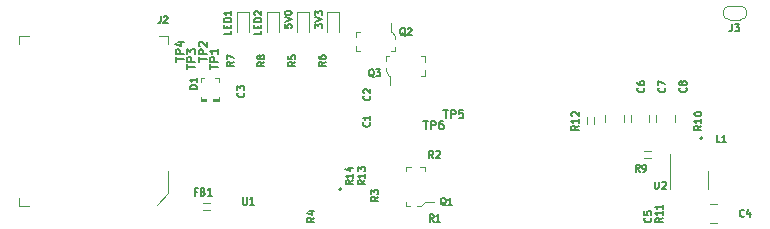
<source format=gbr>
G04 #@! TF.GenerationSoftware,KiCad,Pcbnew,5.1.5+dfsg1-2~bpo10+1*
G04 #@! TF.CreationDate,2020-03-18T11:26:50+01:00*
G04 #@! TF.ProjectId,snickerdoodle-hdmi-breakout,736e6963-6b65-4726-946f-6f646c652d68,rev?*
G04 #@! TF.SameCoordinates,Original*
G04 #@! TF.FileFunction,Legend,Top*
G04 #@! TF.FilePolarity,Positive*
%FSLAX46Y46*%
G04 Gerber Fmt 4.6, Leading zero omitted, Abs format (unit mm)*
G04 Created by KiCad (PCBNEW 5.1.5+dfsg1-2~bpo10+1) date 2020-03-18 11:26:50*
%MOMM*%
%LPD*%
G04 APERTURE LIST*
%ADD10C,0.120000*%
%ADD11C,0.100000*%
%ADD12C,0.200000*%
%ADD13C,0.150000*%
G04 APERTURE END LIST*
D10*
X143480000Y-119450000D02*
X144080000Y-119450000D01*
X143480000Y-120050000D02*
X144080000Y-120050000D01*
X176610000Y-112200000D02*
X176610000Y-112800000D01*
X176010000Y-112200000D02*
X176010000Y-112800000D01*
X188119475Y-103959474D02*
G75*
G02X188144600Y-102760000I25125J599474D01*
G01*
X188995125Y-102760526D02*
X188144875Y-102760526D01*
X188995125Y-102760526D02*
G75*
G02X188970000Y-103960000I-25125J-599474D01*
G01*
X188970000Y-103960000D02*
X188170000Y-103960000D01*
D11*
X128780000Y-119690000D02*
X127930000Y-119690000D01*
X127930000Y-119690000D02*
X127930000Y-118990000D01*
X127930000Y-105990000D02*
X127930000Y-105290000D01*
X127930000Y-105290000D02*
X128780000Y-105290000D01*
X140530000Y-116740000D02*
X140530000Y-118640000D01*
X140530000Y-118640000D02*
X139580000Y-119590000D01*
X139780000Y-105290000D02*
X140530000Y-105290000D01*
X140530000Y-105290000D02*
X140530000Y-105990000D01*
D10*
X186290000Y-116770000D02*
X186290000Y-118270000D01*
X183070000Y-115270000D02*
X183070000Y-118270000D01*
D12*
X185792956Y-113960000D02*
G75*
G03X185792956Y-113960000I-102956J0D01*
G01*
D10*
X181440000Y-115630000D02*
X180840000Y-115630000D01*
X181440000Y-115030000D02*
X180840000Y-115030000D01*
D11*
X158990000Y-107035000D02*
X159290000Y-107035000D01*
X158990000Y-107410000D02*
X158990000Y-107035000D01*
X162290000Y-107035000D02*
X162290000Y-107485000D01*
X161990000Y-107035000D02*
X162290000Y-107035000D01*
X162065000Y-107035000D02*
X161940000Y-107035000D01*
X162290000Y-108685000D02*
X161940000Y-108685000D01*
X162290000Y-108210000D02*
X162290000Y-108685000D01*
X159315000Y-108685000D02*
X159315000Y-109460000D01*
X159265000Y-108685000D02*
X159315000Y-108685000D01*
X158990000Y-108310000D02*
X159265000Y-108685000D01*
X158990000Y-108035000D02*
X158990000Y-108310000D01*
X159770000Y-106595000D02*
X159470000Y-106595000D01*
X159770000Y-106220000D02*
X159770000Y-106595000D01*
X156470000Y-106595000D02*
X156470000Y-106145000D01*
X156770000Y-106595000D02*
X156470000Y-106595000D01*
X156695000Y-106595000D02*
X156820000Y-106595000D01*
X156470000Y-104945000D02*
X156820000Y-104945000D01*
X156470000Y-105420000D02*
X156470000Y-104945000D01*
X159445000Y-104945000D02*
X159445000Y-104170000D01*
X159495000Y-104945000D02*
X159445000Y-104945000D01*
X159770000Y-105320000D02*
X159495000Y-104945000D01*
X159770000Y-105595000D02*
X159770000Y-105320000D01*
D10*
X148963333Y-103240000D02*
X148963333Y-104940000D01*
X149763333Y-103240000D02*
X148963333Y-103240000D01*
X149963333Y-103240000D02*
X149763333Y-103240000D01*
X149963333Y-103340000D02*
X149963333Y-103240000D01*
X149963333Y-103440000D02*
X149963333Y-103340000D01*
X149963333Y-103440000D02*
X149963333Y-104940000D01*
X146420000Y-103240000D02*
X146420000Y-104940000D01*
X147220000Y-103240000D02*
X146420000Y-103240000D01*
X147420000Y-103240000D02*
X147220000Y-103240000D01*
X147420000Y-103340000D02*
X147420000Y-103240000D01*
X147420000Y-103440000D02*
X147420000Y-103340000D01*
X147420000Y-103440000D02*
X147420000Y-104940000D01*
X154050000Y-103240000D02*
X154050000Y-104940000D01*
X154850000Y-103240000D02*
X154050000Y-103240000D01*
X155050000Y-103240000D02*
X154850000Y-103240000D01*
X155050000Y-103340000D02*
X155050000Y-103240000D01*
X155050000Y-103440000D02*
X155050000Y-103340000D01*
X155050000Y-103440000D02*
X155050000Y-104940000D01*
X151506666Y-103240000D02*
X151506666Y-104940000D01*
X152306666Y-103240000D02*
X151506666Y-103240000D01*
X152506666Y-103240000D02*
X152306666Y-103240000D01*
X152506666Y-103340000D02*
X152506666Y-103240000D01*
X152506666Y-103440000D02*
X152506666Y-103340000D01*
X152506666Y-103440000D02*
X152506666Y-104940000D01*
X181860000Y-112560000D02*
X181860000Y-111960000D01*
X183460000Y-112580000D02*
X183460000Y-111980000D01*
X179710000Y-112560000D02*
X179710000Y-111960000D01*
X181310000Y-112580000D02*
X181310000Y-111980000D01*
X177520000Y-112570000D02*
X177520000Y-111970000D01*
X179120000Y-112590000D02*
X179120000Y-111990000D01*
X186430000Y-119530000D02*
X187030000Y-119530000D01*
X186410000Y-121130000D02*
X187010000Y-121130000D01*
D12*
X155250000Y-118290000D02*
G75*
G03X155250000Y-118290000I-100000J0D01*
G01*
D11*
X160675000Y-119670000D02*
X160675000Y-119370000D01*
X161050000Y-119670000D02*
X160675000Y-119670000D01*
X160675000Y-116370000D02*
X161125000Y-116370000D01*
X160675000Y-116670000D02*
X160675000Y-116370000D01*
X160675000Y-116595000D02*
X160675000Y-116720000D01*
X162325000Y-116370000D02*
X162325000Y-116720000D01*
X161850000Y-116370000D02*
X162325000Y-116370000D01*
X162325000Y-119345000D02*
X163100000Y-119345000D01*
X162325000Y-119395000D02*
X162325000Y-119345000D01*
X161950000Y-119670000D02*
X162325000Y-119395000D01*
X161675000Y-119670000D02*
X161950000Y-119670000D01*
X144850000Y-110640000D02*
X144350000Y-110640000D01*
X144850000Y-110740000D02*
X144350000Y-110740000D01*
X143350000Y-110635000D02*
X143800000Y-110635000D01*
X143350000Y-110735000D02*
X143800000Y-110735000D01*
X143350000Y-108885000D02*
X143600000Y-108885000D01*
X143350000Y-109235000D02*
X143350000Y-108885000D01*
X143350000Y-110835000D02*
X143800000Y-110835000D01*
X143350000Y-110485000D02*
X143350000Y-110835000D01*
X144850000Y-108885000D02*
X144850000Y-109235000D01*
X144500000Y-108885000D02*
X144850000Y-108885000D01*
X144850000Y-110485000D02*
X144850000Y-110835000D01*
X144850000Y-110840000D02*
X144350000Y-110840000D01*
X144350000Y-110840000D02*
X144350000Y-110640000D01*
X143800000Y-110840000D02*
X143800000Y-110640000D01*
D13*
X162176666Y-112496666D02*
X162576666Y-112496666D01*
X162376666Y-113196666D02*
X162376666Y-112496666D01*
X162810000Y-113196666D02*
X162810000Y-112496666D01*
X163076666Y-112496666D01*
X163143333Y-112530000D01*
X163176666Y-112563333D01*
X163210000Y-112630000D01*
X163210000Y-112730000D01*
X163176666Y-112796666D01*
X163143333Y-112830000D01*
X163076666Y-112863333D01*
X162810000Y-112863333D01*
X163810000Y-112496666D02*
X163676666Y-112496666D01*
X163610000Y-112530000D01*
X163576666Y-112563333D01*
X163510000Y-112663333D01*
X163476666Y-112796666D01*
X163476666Y-113063333D01*
X163510000Y-113130000D01*
X163543333Y-113163333D01*
X163610000Y-113196666D01*
X163743333Y-113196666D01*
X163810000Y-113163333D01*
X163843333Y-113130000D01*
X163876666Y-113063333D01*
X163876666Y-112896666D01*
X163843333Y-112830000D01*
X163810000Y-112796666D01*
X163743333Y-112763333D01*
X163610000Y-112763333D01*
X163543333Y-112796666D01*
X163510000Y-112830000D01*
X163476666Y-112896666D01*
X163866666Y-111586666D02*
X164266666Y-111586666D01*
X164066666Y-112286666D02*
X164066666Y-111586666D01*
X164500000Y-112286666D02*
X164500000Y-111586666D01*
X164766666Y-111586666D01*
X164833333Y-111620000D01*
X164866666Y-111653333D01*
X164900000Y-111720000D01*
X164900000Y-111820000D01*
X164866666Y-111886666D01*
X164833333Y-111920000D01*
X164766666Y-111953333D01*
X164500000Y-111953333D01*
X165533333Y-111586666D02*
X165200000Y-111586666D01*
X165166666Y-111920000D01*
X165200000Y-111886666D01*
X165266666Y-111853333D01*
X165433333Y-111853333D01*
X165500000Y-111886666D01*
X165533333Y-111920000D01*
X165566666Y-111986666D01*
X165566666Y-112153333D01*
X165533333Y-112220000D01*
X165500000Y-112253333D01*
X165433333Y-112286666D01*
X165266666Y-112286666D01*
X165200000Y-112253333D01*
X165166666Y-112220000D01*
X141186666Y-107483333D02*
X141186666Y-107083333D01*
X141886666Y-107283333D02*
X141186666Y-107283333D01*
X141886666Y-106850000D02*
X141186666Y-106850000D01*
X141186666Y-106583333D01*
X141220000Y-106516666D01*
X141253333Y-106483333D01*
X141320000Y-106450000D01*
X141420000Y-106450000D01*
X141486666Y-106483333D01*
X141520000Y-106516666D01*
X141553333Y-106583333D01*
X141553333Y-106850000D01*
X141420000Y-105850000D02*
X141886666Y-105850000D01*
X141153333Y-106016666D02*
X141653333Y-106183333D01*
X141653333Y-105750000D01*
X142166666Y-108123333D02*
X142166666Y-107723333D01*
X142866666Y-107923333D02*
X142166666Y-107923333D01*
X142866666Y-107490000D02*
X142166666Y-107490000D01*
X142166666Y-107223333D01*
X142200000Y-107156666D01*
X142233333Y-107123333D01*
X142300000Y-107090000D01*
X142400000Y-107090000D01*
X142466666Y-107123333D01*
X142500000Y-107156666D01*
X142533333Y-107223333D01*
X142533333Y-107490000D01*
X142166666Y-106856666D02*
X142166666Y-106423333D01*
X142433333Y-106656666D01*
X142433333Y-106556666D01*
X142466666Y-106490000D01*
X142500000Y-106456666D01*
X142566666Y-106423333D01*
X142733333Y-106423333D01*
X142800000Y-106456666D01*
X142833333Y-106490000D01*
X142866666Y-106556666D01*
X142866666Y-106756666D01*
X142833333Y-106823333D01*
X142800000Y-106856666D01*
X143166666Y-107483333D02*
X143166666Y-107083333D01*
X143866666Y-107283333D02*
X143166666Y-107283333D01*
X143866666Y-106850000D02*
X143166666Y-106850000D01*
X143166666Y-106583333D01*
X143200000Y-106516666D01*
X143233333Y-106483333D01*
X143300000Y-106450000D01*
X143400000Y-106450000D01*
X143466666Y-106483333D01*
X143500000Y-106516666D01*
X143533333Y-106583333D01*
X143533333Y-106850000D01*
X143233333Y-106183333D02*
X143200000Y-106150000D01*
X143166666Y-106083333D01*
X143166666Y-105916666D01*
X143200000Y-105850000D01*
X143233333Y-105816666D01*
X143300000Y-105783333D01*
X143366666Y-105783333D01*
X143466666Y-105816666D01*
X143866666Y-106216666D01*
X143866666Y-105783333D01*
X144096666Y-108113333D02*
X144096666Y-107713333D01*
X144796666Y-107913333D02*
X144096666Y-107913333D01*
X144796666Y-107480000D02*
X144096666Y-107480000D01*
X144096666Y-107213333D01*
X144130000Y-107146666D01*
X144163333Y-107113333D01*
X144230000Y-107080000D01*
X144330000Y-107080000D01*
X144396666Y-107113333D01*
X144430000Y-107146666D01*
X144463333Y-107213333D01*
X144463333Y-107480000D01*
X144796666Y-106413333D02*
X144796666Y-106813333D01*
X144796666Y-106613333D02*
X144096666Y-106613333D01*
X144196666Y-106680000D01*
X144263333Y-106746666D01*
X144296666Y-106813333D01*
X156181428Y-117535714D02*
X155895714Y-117735714D01*
X156181428Y-117878571D02*
X155581428Y-117878571D01*
X155581428Y-117650000D01*
X155610000Y-117592857D01*
X155638571Y-117564285D01*
X155695714Y-117535714D01*
X155781428Y-117535714D01*
X155838571Y-117564285D01*
X155867142Y-117592857D01*
X155895714Y-117650000D01*
X155895714Y-117878571D01*
X156181428Y-116964285D02*
X156181428Y-117307142D01*
X156181428Y-117135714D02*
X155581428Y-117135714D01*
X155667142Y-117192857D01*
X155724285Y-117250000D01*
X155752857Y-117307142D01*
X155781428Y-116450000D02*
X156181428Y-116450000D01*
X155552857Y-116592857D02*
X155981428Y-116735714D01*
X155981428Y-116364285D01*
X157221428Y-117535714D02*
X156935714Y-117735714D01*
X157221428Y-117878571D02*
X156621428Y-117878571D01*
X156621428Y-117650000D01*
X156650000Y-117592857D01*
X156678571Y-117564285D01*
X156735714Y-117535714D01*
X156821428Y-117535714D01*
X156878571Y-117564285D01*
X156907142Y-117592857D01*
X156935714Y-117650000D01*
X156935714Y-117878571D01*
X157221428Y-116964285D02*
X157221428Y-117307142D01*
X157221428Y-117135714D02*
X156621428Y-117135714D01*
X156707142Y-117192857D01*
X156764285Y-117250000D01*
X156792857Y-117307142D01*
X156621428Y-116764285D02*
X156621428Y-116392857D01*
X156850000Y-116592857D01*
X156850000Y-116507142D01*
X156878571Y-116450000D01*
X156907142Y-116421428D01*
X156964285Y-116392857D01*
X157107142Y-116392857D01*
X157164285Y-116421428D01*
X157192857Y-116450000D01*
X157221428Y-116507142D01*
X157221428Y-116678571D01*
X157192857Y-116735714D01*
X157164285Y-116764285D01*
X143010000Y-118507142D02*
X142810000Y-118507142D01*
X142810000Y-118821428D02*
X142810000Y-118221428D01*
X143095714Y-118221428D01*
X143524285Y-118507142D02*
X143610000Y-118535714D01*
X143638571Y-118564285D01*
X143667142Y-118621428D01*
X143667142Y-118707142D01*
X143638571Y-118764285D01*
X143610000Y-118792857D01*
X143552857Y-118821428D01*
X143324285Y-118821428D01*
X143324285Y-118221428D01*
X143524285Y-118221428D01*
X143581428Y-118250000D01*
X143610000Y-118278571D01*
X143638571Y-118335714D01*
X143638571Y-118392857D01*
X143610000Y-118450000D01*
X143581428Y-118478571D01*
X143524285Y-118507142D01*
X143324285Y-118507142D01*
X144238571Y-118821428D02*
X143895714Y-118821428D01*
X144067142Y-118821428D02*
X144067142Y-118221428D01*
X144010000Y-118307142D01*
X143952857Y-118364285D01*
X143895714Y-118392857D01*
X175311428Y-112895714D02*
X175025714Y-113095714D01*
X175311428Y-113238571D02*
X174711428Y-113238571D01*
X174711428Y-113010000D01*
X174740000Y-112952857D01*
X174768571Y-112924285D01*
X174825714Y-112895714D01*
X174911428Y-112895714D01*
X174968571Y-112924285D01*
X174997142Y-112952857D01*
X175025714Y-113010000D01*
X175025714Y-113238571D01*
X175311428Y-112324285D02*
X175311428Y-112667142D01*
X175311428Y-112495714D02*
X174711428Y-112495714D01*
X174797142Y-112552857D01*
X174854285Y-112610000D01*
X174882857Y-112667142D01*
X174768571Y-112095714D02*
X174740000Y-112067142D01*
X174711428Y-112010000D01*
X174711428Y-111867142D01*
X174740000Y-111810000D01*
X174768571Y-111781428D01*
X174825714Y-111752857D01*
X174882857Y-111752857D01*
X174968571Y-111781428D01*
X175311428Y-112124285D01*
X175311428Y-111752857D01*
X188290000Y-104321428D02*
X188290000Y-104750000D01*
X188261428Y-104835714D01*
X188204285Y-104892857D01*
X188118571Y-104921428D01*
X188061428Y-104921428D01*
X188518571Y-104321428D02*
X188890000Y-104321428D01*
X188690000Y-104550000D01*
X188775714Y-104550000D01*
X188832857Y-104578571D01*
X188861428Y-104607142D01*
X188890000Y-104664285D01*
X188890000Y-104807142D01*
X188861428Y-104864285D01*
X188832857Y-104892857D01*
X188775714Y-104921428D01*
X188604285Y-104921428D01*
X188547142Y-104892857D01*
X188518571Y-104864285D01*
X139920000Y-103631428D02*
X139920000Y-104060000D01*
X139891428Y-104145714D01*
X139834285Y-104202857D01*
X139748571Y-104231428D01*
X139691428Y-104231428D01*
X140177142Y-103688571D02*
X140205714Y-103660000D01*
X140262857Y-103631428D01*
X140405714Y-103631428D01*
X140462857Y-103660000D01*
X140491428Y-103688571D01*
X140520000Y-103745714D01*
X140520000Y-103802857D01*
X140491428Y-103888571D01*
X140148571Y-104231428D01*
X140520000Y-104231428D01*
X181762857Y-117641428D02*
X181762857Y-118127142D01*
X181791428Y-118184285D01*
X181820000Y-118212857D01*
X181877142Y-118241428D01*
X181991428Y-118241428D01*
X182048571Y-118212857D01*
X182077142Y-118184285D01*
X182105714Y-118127142D01*
X182105714Y-117641428D01*
X182362857Y-117698571D02*
X182391428Y-117670000D01*
X182448571Y-117641428D01*
X182591428Y-117641428D01*
X182648571Y-117670000D01*
X182677142Y-117698571D01*
X182705714Y-117755714D01*
X182705714Y-117812857D01*
X182677142Y-117898571D01*
X182334285Y-118241428D01*
X182705714Y-118241428D01*
X182421428Y-120725714D02*
X182135714Y-120925714D01*
X182421428Y-121068571D02*
X181821428Y-121068571D01*
X181821428Y-120840000D01*
X181850000Y-120782857D01*
X181878571Y-120754285D01*
X181935714Y-120725714D01*
X182021428Y-120725714D01*
X182078571Y-120754285D01*
X182107142Y-120782857D01*
X182135714Y-120840000D01*
X182135714Y-121068571D01*
X182421428Y-120154285D02*
X182421428Y-120497142D01*
X182421428Y-120325714D02*
X181821428Y-120325714D01*
X181907142Y-120382857D01*
X181964285Y-120440000D01*
X181992857Y-120497142D01*
X182421428Y-119582857D02*
X182421428Y-119925714D01*
X182421428Y-119754285D02*
X181821428Y-119754285D01*
X181907142Y-119811428D01*
X181964285Y-119868571D01*
X181992857Y-119925714D01*
X185701428Y-112895714D02*
X185415714Y-113095714D01*
X185701428Y-113238571D02*
X185101428Y-113238571D01*
X185101428Y-113010000D01*
X185130000Y-112952857D01*
X185158571Y-112924285D01*
X185215714Y-112895714D01*
X185301428Y-112895714D01*
X185358571Y-112924285D01*
X185387142Y-112952857D01*
X185415714Y-113010000D01*
X185415714Y-113238571D01*
X185701428Y-112324285D02*
X185701428Y-112667142D01*
X185701428Y-112495714D02*
X185101428Y-112495714D01*
X185187142Y-112552857D01*
X185244285Y-112610000D01*
X185272857Y-112667142D01*
X185101428Y-111952857D02*
X185101428Y-111895714D01*
X185130000Y-111838571D01*
X185158571Y-111810000D01*
X185215714Y-111781428D01*
X185330000Y-111752857D01*
X185472857Y-111752857D01*
X185587142Y-111781428D01*
X185644285Y-111810000D01*
X185672857Y-111838571D01*
X185701428Y-111895714D01*
X185701428Y-111952857D01*
X185672857Y-112010000D01*
X185644285Y-112038571D01*
X185587142Y-112067142D01*
X185472857Y-112095714D01*
X185330000Y-112095714D01*
X185215714Y-112067142D01*
X185158571Y-112038571D01*
X185130000Y-112010000D01*
X185101428Y-111952857D01*
X180490000Y-116811428D02*
X180290000Y-116525714D01*
X180147142Y-116811428D02*
X180147142Y-116211428D01*
X180375714Y-116211428D01*
X180432857Y-116240000D01*
X180461428Y-116268571D01*
X180490000Y-116325714D01*
X180490000Y-116411428D01*
X180461428Y-116468571D01*
X180432857Y-116497142D01*
X180375714Y-116525714D01*
X180147142Y-116525714D01*
X180775714Y-116811428D02*
X180890000Y-116811428D01*
X180947142Y-116782857D01*
X180975714Y-116754285D01*
X181032857Y-116668571D01*
X181061428Y-116554285D01*
X181061428Y-116325714D01*
X181032857Y-116268571D01*
X181004285Y-116240000D01*
X180947142Y-116211428D01*
X180832857Y-116211428D01*
X180775714Y-116240000D01*
X180747142Y-116268571D01*
X180718571Y-116325714D01*
X180718571Y-116468571D01*
X180747142Y-116525714D01*
X180775714Y-116554285D01*
X180832857Y-116582857D01*
X180947142Y-116582857D01*
X181004285Y-116554285D01*
X181032857Y-116525714D01*
X181061428Y-116468571D01*
X148711428Y-107510000D02*
X148425714Y-107710000D01*
X148711428Y-107852857D02*
X148111428Y-107852857D01*
X148111428Y-107624285D01*
X148140000Y-107567142D01*
X148168571Y-107538571D01*
X148225714Y-107510000D01*
X148311428Y-107510000D01*
X148368571Y-107538571D01*
X148397142Y-107567142D01*
X148425714Y-107624285D01*
X148425714Y-107852857D01*
X148368571Y-107167142D02*
X148340000Y-107224285D01*
X148311428Y-107252857D01*
X148254285Y-107281428D01*
X148225714Y-107281428D01*
X148168571Y-107252857D01*
X148140000Y-107224285D01*
X148111428Y-107167142D01*
X148111428Y-107052857D01*
X148140000Y-106995714D01*
X148168571Y-106967142D01*
X148225714Y-106938571D01*
X148254285Y-106938571D01*
X148311428Y-106967142D01*
X148340000Y-106995714D01*
X148368571Y-107052857D01*
X148368571Y-107167142D01*
X148397142Y-107224285D01*
X148425714Y-107252857D01*
X148482857Y-107281428D01*
X148597142Y-107281428D01*
X148654285Y-107252857D01*
X148682857Y-107224285D01*
X148711428Y-107167142D01*
X148711428Y-107052857D01*
X148682857Y-106995714D01*
X148654285Y-106967142D01*
X148597142Y-106938571D01*
X148482857Y-106938571D01*
X148425714Y-106967142D01*
X148397142Y-106995714D01*
X148368571Y-107052857D01*
X146111428Y-107500000D02*
X145825714Y-107700000D01*
X146111428Y-107842857D02*
X145511428Y-107842857D01*
X145511428Y-107614285D01*
X145540000Y-107557142D01*
X145568571Y-107528571D01*
X145625714Y-107500000D01*
X145711428Y-107500000D01*
X145768571Y-107528571D01*
X145797142Y-107557142D01*
X145825714Y-107614285D01*
X145825714Y-107842857D01*
X145511428Y-107300000D02*
X145511428Y-106900000D01*
X146111428Y-107157142D01*
X153901428Y-107490000D02*
X153615714Y-107690000D01*
X153901428Y-107832857D02*
X153301428Y-107832857D01*
X153301428Y-107604285D01*
X153330000Y-107547142D01*
X153358571Y-107518571D01*
X153415714Y-107490000D01*
X153501428Y-107490000D01*
X153558571Y-107518571D01*
X153587142Y-107547142D01*
X153615714Y-107604285D01*
X153615714Y-107832857D01*
X153301428Y-106975714D02*
X153301428Y-107090000D01*
X153330000Y-107147142D01*
X153358571Y-107175714D01*
X153444285Y-107232857D01*
X153558571Y-107261428D01*
X153787142Y-107261428D01*
X153844285Y-107232857D01*
X153872857Y-107204285D01*
X153901428Y-107147142D01*
X153901428Y-107032857D01*
X153872857Y-106975714D01*
X153844285Y-106947142D01*
X153787142Y-106918571D01*
X153644285Y-106918571D01*
X153587142Y-106947142D01*
X153558571Y-106975714D01*
X153530000Y-107032857D01*
X153530000Y-107147142D01*
X153558571Y-107204285D01*
X153587142Y-107232857D01*
X153644285Y-107261428D01*
X151321428Y-107510000D02*
X151035714Y-107710000D01*
X151321428Y-107852857D02*
X150721428Y-107852857D01*
X150721428Y-107624285D01*
X150750000Y-107567142D01*
X150778571Y-107538571D01*
X150835714Y-107510000D01*
X150921428Y-107510000D01*
X150978571Y-107538571D01*
X151007142Y-107567142D01*
X151035714Y-107624285D01*
X151035714Y-107852857D01*
X150721428Y-106967142D02*
X150721428Y-107252857D01*
X151007142Y-107281428D01*
X150978571Y-107252857D01*
X150950000Y-107195714D01*
X150950000Y-107052857D01*
X150978571Y-106995714D01*
X151007142Y-106967142D01*
X151064285Y-106938571D01*
X151207142Y-106938571D01*
X151264285Y-106967142D01*
X151292857Y-106995714D01*
X151321428Y-107052857D01*
X151321428Y-107195714D01*
X151292857Y-107252857D01*
X151264285Y-107281428D01*
X158321428Y-118920000D02*
X158035714Y-119120000D01*
X158321428Y-119262857D02*
X157721428Y-119262857D01*
X157721428Y-119034285D01*
X157750000Y-118977142D01*
X157778571Y-118948571D01*
X157835714Y-118920000D01*
X157921428Y-118920000D01*
X157978571Y-118948571D01*
X158007142Y-118977142D01*
X158035714Y-119034285D01*
X158035714Y-119262857D01*
X157721428Y-118720000D02*
X157721428Y-118348571D01*
X157950000Y-118548571D01*
X157950000Y-118462857D01*
X157978571Y-118405714D01*
X158007142Y-118377142D01*
X158064285Y-118348571D01*
X158207142Y-118348571D01*
X158264285Y-118377142D01*
X158292857Y-118405714D01*
X158321428Y-118462857D01*
X158321428Y-118634285D01*
X158292857Y-118691428D01*
X158264285Y-118720000D01*
X157982857Y-108788571D02*
X157925714Y-108760000D01*
X157868571Y-108702857D01*
X157782857Y-108617142D01*
X157725714Y-108588571D01*
X157668571Y-108588571D01*
X157697142Y-108731428D02*
X157640000Y-108702857D01*
X157582857Y-108645714D01*
X157554285Y-108531428D01*
X157554285Y-108331428D01*
X157582857Y-108217142D01*
X157640000Y-108160000D01*
X157697142Y-108131428D01*
X157811428Y-108131428D01*
X157868571Y-108160000D01*
X157925714Y-108217142D01*
X157954285Y-108331428D01*
X157954285Y-108531428D01*
X157925714Y-108645714D01*
X157868571Y-108702857D01*
X157811428Y-108731428D01*
X157697142Y-108731428D01*
X158154285Y-108131428D02*
X158525714Y-108131428D01*
X158325714Y-108360000D01*
X158411428Y-108360000D01*
X158468571Y-108388571D01*
X158497142Y-108417142D01*
X158525714Y-108474285D01*
X158525714Y-108617142D01*
X158497142Y-108674285D01*
X158468571Y-108702857D01*
X158411428Y-108731428D01*
X158240000Y-108731428D01*
X158182857Y-108702857D01*
X158154285Y-108674285D01*
X160642857Y-105278571D02*
X160585714Y-105250000D01*
X160528571Y-105192857D01*
X160442857Y-105107142D01*
X160385714Y-105078571D01*
X160328571Y-105078571D01*
X160357142Y-105221428D02*
X160300000Y-105192857D01*
X160242857Y-105135714D01*
X160214285Y-105021428D01*
X160214285Y-104821428D01*
X160242857Y-104707142D01*
X160300000Y-104650000D01*
X160357142Y-104621428D01*
X160471428Y-104621428D01*
X160528571Y-104650000D01*
X160585714Y-104707142D01*
X160614285Y-104821428D01*
X160614285Y-105021428D01*
X160585714Y-105135714D01*
X160528571Y-105192857D01*
X160471428Y-105221428D01*
X160357142Y-105221428D01*
X160842857Y-104678571D02*
X160871428Y-104650000D01*
X160928571Y-104621428D01*
X161071428Y-104621428D01*
X161128571Y-104650000D01*
X161157142Y-104678571D01*
X161185714Y-104735714D01*
X161185714Y-104792857D01*
X161157142Y-104878571D01*
X160814285Y-105221428D01*
X161185714Y-105221428D01*
X187320000Y-114301428D02*
X187034285Y-114301428D01*
X187034285Y-113701428D01*
X187834285Y-114301428D02*
X187491428Y-114301428D01*
X187662857Y-114301428D02*
X187662857Y-113701428D01*
X187605714Y-113787142D01*
X187548571Y-113844285D01*
X187491428Y-113872857D01*
X148458094Y-104852856D02*
X148458094Y-105138570D01*
X147858094Y-105138570D01*
X148143808Y-104652856D02*
X148143808Y-104452856D01*
X148458094Y-104367142D02*
X148458094Y-104652856D01*
X147858094Y-104652856D01*
X147858094Y-104367142D01*
X148458094Y-104109999D02*
X147858094Y-104109999D01*
X147858094Y-103967142D01*
X147886666Y-103881428D01*
X147943808Y-103824285D01*
X148000951Y-103795713D01*
X148115237Y-103767142D01*
X148200951Y-103767142D01*
X148315237Y-103795713D01*
X148372380Y-103824285D01*
X148429523Y-103881428D01*
X148458094Y-103967142D01*
X148458094Y-104109999D01*
X147915237Y-103538570D02*
X147886666Y-103509999D01*
X147858094Y-103452856D01*
X147858094Y-103309999D01*
X147886666Y-103252856D01*
X147915237Y-103224285D01*
X147972380Y-103195713D01*
X148029523Y-103195713D01*
X148115237Y-103224285D01*
X148458094Y-103567142D01*
X148458094Y-103195713D01*
X145881428Y-104852856D02*
X145881428Y-105138570D01*
X145281428Y-105138570D01*
X145567142Y-104652856D02*
X145567142Y-104452856D01*
X145881428Y-104367142D02*
X145881428Y-104652856D01*
X145281428Y-104652856D01*
X145281428Y-104367142D01*
X145881428Y-104109999D02*
X145281428Y-104109999D01*
X145281428Y-103967142D01*
X145310000Y-103881428D01*
X145367142Y-103824285D01*
X145424285Y-103795713D01*
X145538571Y-103767142D01*
X145624285Y-103767142D01*
X145738571Y-103795713D01*
X145795714Y-103824285D01*
X145852857Y-103881428D01*
X145881428Y-103967142D01*
X145881428Y-104109999D01*
X145881428Y-103195713D02*
X145881428Y-103538570D01*
X145881428Y-103367142D02*
X145281428Y-103367142D01*
X145367142Y-103424285D01*
X145424285Y-103481428D01*
X145452857Y-103538570D01*
X153011428Y-104652857D02*
X153011428Y-104281428D01*
X153240000Y-104481428D01*
X153240000Y-104395714D01*
X153268571Y-104338571D01*
X153297142Y-104310000D01*
X153354285Y-104281428D01*
X153497142Y-104281428D01*
X153554285Y-104310000D01*
X153582857Y-104338571D01*
X153611428Y-104395714D01*
X153611428Y-104567142D01*
X153582857Y-104624285D01*
X153554285Y-104652857D01*
X153011428Y-104110000D02*
X153611428Y-103910000D01*
X153011428Y-103710000D01*
X153011428Y-103567142D02*
X153011428Y-103195714D01*
X153240000Y-103395714D01*
X153240000Y-103310000D01*
X153268571Y-103252857D01*
X153297142Y-103224285D01*
X153354285Y-103195714D01*
X153497142Y-103195714D01*
X153554285Y-103224285D01*
X153582857Y-103252857D01*
X153611428Y-103310000D01*
X153611428Y-103481428D01*
X153582857Y-103538571D01*
X153554285Y-103567142D01*
X150434760Y-104310000D02*
X150434760Y-104595714D01*
X150720474Y-104624285D01*
X150691903Y-104595714D01*
X150663332Y-104538571D01*
X150663332Y-104395714D01*
X150691903Y-104338571D01*
X150720474Y-104310000D01*
X150777617Y-104281428D01*
X150920474Y-104281428D01*
X150977617Y-104310000D01*
X151006189Y-104338571D01*
X151034760Y-104395714D01*
X151034760Y-104538571D01*
X151006189Y-104595714D01*
X150977617Y-104624285D01*
X150434760Y-104110000D02*
X151034760Y-103910000D01*
X150434760Y-103710000D01*
X150434760Y-103395714D02*
X150434760Y-103338571D01*
X150463332Y-103281428D01*
X150491903Y-103252857D01*
X150549046Y-103224285D01*
X150663332Y-103195714D01*
X150806189Y-103195714D01*
X150920474Y-103224285D01*
X150977617Y-103252857D01*
X151006189Y-103281428D01*
X151034760Y-103338571D01*
X151034760Y-103395714D01*
X151006189Y-103452857D01*
X150977617Y-103481428D01*
X150920474Y-103510000D01*
X150806189Y-103538571D01*
X150663332Y-103538571D01*
X150549046Y-103510000D01*
X150491903Y-103481428D01*
X150463332Y-103452857D01*
X150434760Y-103395714D01*
X184394285Y-109690000D02*
X184422857Y-109718571D01*
X184451428Y-109804285D01*
X184451428Y-109861428D01*
X184422857Y-109947142D01*
X184365714Y-110004285D01*
X184308571Y-110032857D01*
X184194285Y-110061428D01*
X184108571Y-110061428D01*
X183994285Y-110032857D01*
X183937142Y-110004285D01*
X183880000Y-109947142D01*
X183851428Y-109861428D01*
X183851428Y-109804285D01*
X183880000Y-109718571D01*
X183908571Y-109690000D01*
X184108571Y-109347142D02*
X184080000Y-109404285D01*
X184051428Y-109432857D01*
X183994285Y-109461428D01*
X183965714Y-109461428D01*
X183908571Y-109432857D01*
X183880000Y-109404285D01*
X183851428Y-109347142D01*
X183851428Y-109232857D01*
X183880000Y-109175714D01*
X183908571Y-109147142D01*
X183965714Y-109118571D01*
X183994285Y-109118571D01*
X184051428Y-109147142D01*
X184080000Y-109175714D01*
X184108571Y-109232857D01*
X184108571Y-109347142D01*
X184137142Y-109404285D01*
X184165714Y-109432857D01*
X184222857Y-109461428D01*
X184337142Y-109461428D01*
X184394285Y-109432857D01*
X184422857Y-109404285D01*
X184451428Y-109347142D01*
X184451428Y-109232857D01*
X184422857Y-109175714D01*
X184394285Y-109147142D01*
X184337142Y-109118571D01*
X184222857Y-109118571D01*
X184165714Y-109147142D01*
X184137142Y-109175714D01*
X184108571Y-109232857D01*
X182609285Y-109690000D02*
X182637857Y-109718571D01*
X182666428Y-109804285D01*
X182666428Y-109861428D01*
X182637857Y-109947142D01*
X182580714Y-110004285D01*
X182523571Y-110032857D01*
X182409285Y-110061428D01*
X182323571Y-110061428D01*
X182209285Y-110032857D01*
X182152142Y-110004285D01*
X182095000Y-109947142D01*
X182066428Y-109861428D01*
X182066428Y-109804285D01*
X182095000Y-109718571D01*
X182123571Y-109690000D01*
X182066428Y-109490000D02*
X182066428Y-109090000D01*
X182666428Y-109347142D01*
X180824285Y-109690000D02*
X180852857Y-109718571D01*
X180881428Y-109804285D01*
X180881428Y-109861428D01*
X180852857Y-109947142D01*
X180795714Y-110004285D01*
X180738571Y-110032857D01*
X180624285Y-110061428D01*
X180538571Y-110061428D01*
X180424285Y-110032857D01*
X180367142Y-110004285D01*
X180310000Y-109947142D01*
X180281428Y-109861428D01*
X180281428Y-109804285D01*
X180310000Y-109718571D01*
X180338571Y-109690000D01*
X180281428Y-109175714D02*
X180281428Y-109290000D01*
X180310000Y-109347142D01*
X180338571Y-109375714D01*
X180424285Y-109432857D01*
X180538571Y-109461428D01*
X180767142Y-109461428D01*
X180824285Y-109432857D01*
X180852857Y-109404285D01*
X180881428Y-109347142D01*
X180881428Y-109232857D01*
X180852857Y-109175714D01*
X180824285Y-109147142D01*
X180767142Y-109118571D01*
X180624285Y-109118571D01*
X180567142Y-109147142D01*
X180538571Y-109175714D01*
X180510000Y-109232857D01*
X180510000Y-109347142D01*
X180538571Y-109404285D01*
X180567142Y-109432857D01*
X180624285Y-109461428D01*
X181414285Y-120710000D02*
X181442857Y-120738571D01*
X181471428Y-120824285D01*
X181471428Y-120881428D01*
X181442857Y-120967142D01*
X181385714Y-121024285D01*
X181328571Y-121052857D01*
X181214285Y-121081428D01*
X181128571Y-121081428D01*
X181014285Y-121052857D01*
X180957142Y-121024285D01*
X180900000Y-120967142D01*
X180871428Y-120881428D01*
X180871428Y-120824285D01*
X180900000Y-120738571D01*
X180928571Y-120710000D01*
X180871428Y-120167142D02*
X180871428Y-120452857D01*
X181157142Y-120481428D01*
X181128571Y-120452857D01*
X181100000Y-120395714D01*
X181100000Y-120252857D01*
X181128571Y-120195714D01*
X181157142Y-120167142D01*
X181214285Y-120138571D01*
X181357142Y-120138571D01*
X181414285Y-120167142D01*
X181442857Y-120195714D01*
X181471428Y-120252857D01*
X181471428Y-120395714D01*
X181442857Y-120452857D01*
X181414285Y-120481428D01*
X189310000Y-120554285D02*
X189281428Y-120582857D01*
X189195714Y-120611428D01*
X189138571Y-120611428D01*
X189052857Y-120582857D01*
X188995714Y-120525714D01*
X188967142Y-120468571D01*
X188938571Y-120354285D01*
X188938571Y-120268571D01*
X188967142Y-120154285D01*
X188995714Y-120097142D01*
X189052857Y-120040000D01*
X189138571Y-120011428D01*
X189195714Y-120011428D01*
X189281428Y-120040000D01*
X189310000Y-120068571D01*
X189824285Y-120211428D02*
X189824285Y-120611428D01*
X189681428Y-119982857D02*
X189538571Y-120411428D01*
X189910000Y-120411428D01*
X146892857Y-118981428D02*
X146892857Y-119467142D01*
X146921428Y-119524285D01*
X146950000Y-119552857D01*
X147007142Y-119581428D01*
X147121428Y-119581428D01*
X147178571Y-119552857D01*
X147207142Y-119524285D01*
X147235714Y-119467142D01*
X147235714Y-118981428D01*
X147835714Y-119581428D02*
X147492857Y-119581428D01*
X147664285Y-119581428D02*
X147664285Y-118981428D01*
X147607142Y-119067142D01*
X147550000Y-119124285D01*
X147492857Y-119152857D01*
X152921428Y-120680000D02*
X152635714Y-120880000D01*
X152921428Y-121022857D02*
X152321428Y-121022857D01*
X152321428Y-120794285D01*
X152350000Y-120737142D01*
X152378571Y-120708571D01*
X152435714Y-120680000D01*
X152521428Y-120680000D01*
X152578571Y-120708571D01*
X152607142Y-120737142D01*
X152635714Y-120794285D01*
X152635714Y-121022857D01*
X152521428Y-120165714D02*
X152921428Y-120165714D01*
X152292857Y-120308571D02*
X152721428Y-120451428D01*
X152721428Y-120080000D01*
X163010000Y-115631428D02*
X162810000Y-115345714D01*
X162667142Y-115631428D02*
X162667142Y-115031428D01*
X162895714Y-115031428D01*
X162952857Y-115060000D01*
X162981428Y-115088571D01*
X163010000Y-115145714D01*
X163010000Y-115231428D01*
X162981428Y-115288571D01*
X162952857Y-115317142D01*
X162895714Y-115345714D01*
X162667142Y-115345714D01*
X163238571Y-115088571D02*
X163267142Y-115060000D01*
X163324285Y-115031428D01*
X163467142Y-115031428D01*
X163524285Y-115060000D01*
X163552857Y-115088571D01*
X163581428Y-115145714D01*
X163581428Y-115202857D01*
X163552857Y-115288571D01*
X163210000Y-115631428D01*
X163581428Y-115631428D01*
X163050000Y-121021428D02*
X162850000Y-120735714D01*
X162707142Y-121021428D02*
X162707142Y-120421428D01*
X162935714Y-120421428D01*
X162992857Y-120450000D01*
X163021428Y-120478571D01*
X163050000Y-120535714D01*
X163050000Y-120621428D01*
X163021428Y-120678571D01*
X162992857Y-120707142D01*
X162935714Y-120735714D01*
X162707142Y-120735714D01*
X163621428Y-121021428D02*
X163278571Y-121021428D01*
X163450000Y-121021428D02*
X163450000Y-120421428D01*
X163392857Y-120507142D01*
X163335714Y-120564285D01*
X163278571Y-120592857D01*
X164082857Y-119648571D02*
X164025714Y-119620000D01*
X163968571Y-119562857D01*
X163882857Y-119477142D01*
X163825714Y-119448571D01*
X163768571Y-119448571D01*
X163797142Y-119591428D02*
X163740000Y-119562857D01*
X163682857Y-119505714D01*
X163654285Y-119391428D01*
X163654285Y-119191428D01*
X163682857Y-119077142D01*
X163740000Y-119020000D01*
X163797142Y-118991428D01*
X163911428Y-118991428D01*
X163968571Y-119020000D01*
X164025714Y-119077142D01*
X164054285Y-119191428D01*
X164054285Y-119391428D01*
X164025714Y-119505714D01*
X163968571Y-119562857D01*
X163911428Y-119591428D01*
X163797142Y-119591428D01*
X164625714Y-119591428D02*
X164282857Y-119591428D01*
X164454285Y-119591428D02*
X164454285Y-118991428D01*
X164397142Y-119077142D01*
X164340000Y-119134285D01*
X164282857Y-119162857D01*
X142971428Y-109792857D02*
X142371428Y-109792857D01*
X142371428Y-109650000D01*
X142400000Y-109564285D01*
X142457142Y-109507142D01*
X142514285Y-109478571D01*
X142628571Y-109450000D01*
X142714285Y-109450000D01*
X142828571Y-109478571D01*
X142885714Y-109507142D01*
X142942857Y-109564285D01*
X142971428Y-109650000D01*
X142971428Y-109792857D01*
X142971428Y-108878571D02*
X142971428Y-109221428D01*
X142971428Y-109050000D02*
X142371428Y-109050000D01*
X142457142Y-109107142D01*
X142514285Y-109164285D01*
X142542857Y-109221428D01*
X146964285Y-110100000D02*
X146992857Y-110128571D01*
X147021428Y-110214285D01*
X147021428Y-110271428D01*
X146992857Y-110357142D01*
X146935714Y-110414285D01*
X146878571Y-110442857D01*
X146764285Y-110471428D01*
X146678571Y-110471428D01*
X146564285Y-110442857D01*
X146507142Y-110414285D01*
X146450000Y-110357142D01*
X146421428Y-110271428D01*
X146421428Y-110214285D01*
X146450000Y-110128571D01*
X146478571Y-110100000D01*
X146421428Y-109900000D02*
X146421428Y-109528571D01*
X146650000Y-109728571D01*
X146650000Y-109642857D01*
X146678571Y-109585714D01*
X146707142Y-109557142D01*
X146764285Y-109528571D01*
X146907142Y-109528571D01*
X146964285Y-109557142D01*
X146992857Y-109585714D01*
X147021428Y-109642857D01*
X147021428Y-109814285D01*
X146992857Y-109871428D01*
X146964285Y-109900000D01*
X157634285Y-110360000D02*
X157662857Y-110388571D01*
X157691428Y-110474285D01*
X157691428Y-110531428D01*
X157662857Y-110617142D01*
X157605714Y-110674285D01*
X157548571Y-110702857D01*
X157434285Y-110731428D01*
X157348571Y-110731428D01*
X157234285Y-110702857D01*
X157177142Y-110674285D01*
X157120000Y-110617142D01*
X157091428Y-110531428D01*
X157091428Y-110474285D01*
X157120000Y-110388571D01*
X157148571Y-110360000D01*
X157148571Y-110131428D02*
X157120000Y-110102857D01*
X157091428Y-110045714D01*
X157091428Y-109902857D01*
X157120000Y-109845714D01*
X157148571Y-109817142D01*
X157205714Y-109788571D01*
X157262857Y-109788571D01*
X157348571Y-109817142D01*
X157691428Y-110160000D01*
X157691428Y-109788571D01*
X157614285Y-112630000D02*
X157642857Y-112658571D01*
X157671428Y-112744285D01*
X157671428Y-112801428D01*
X157642857Y-112887142D01*
X157585714Y-112944285D01*
X157528571Y-112972857D01*
X157414285Y-113001428D01*
X157328571Y-113001428D01*
X157214285Y-112972857D01*
X157157142Y-112944285D01*
X157100000Y-112887142D01*
X157071428Y-112801428D01*
X157071428Y-112744285D01*
X157100000Y-112658571D01*
X157128571Y-112630000D01*
X157671428Y-112058571D02*
X157671428Y-112401428D01*
X157671428Y-112230000D02*
X157071428Y-112230000D01*
X157157142Y-112287142D01*
X157214285Y-112344285D01*
X157242857Y-112401428D01*
M02*

</source>
